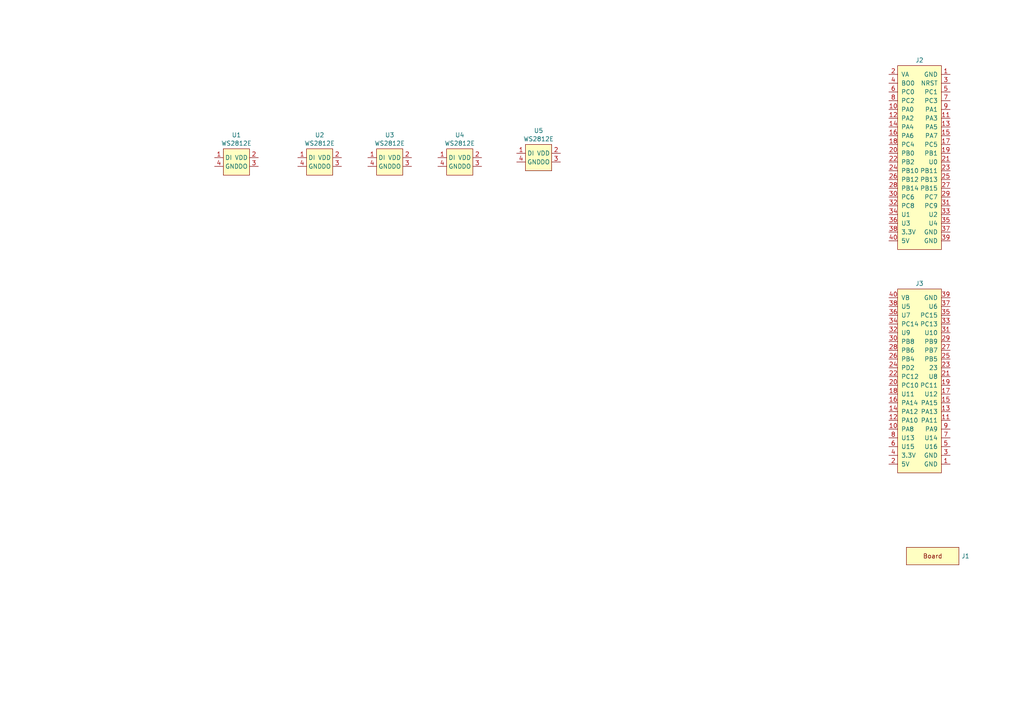
<source format=kicad_sch>
(kicad_sch (version 20230121) (generator eeschema)
  (paper "A4")
  (title_block (title "${TITLE}") (rev "${REVISION}") (company "${COMPANY}") (comment 1 "${AUTHOR}") (comment 2 "${AUTHOR_EMAIL}") (comment 3 "${URL}"))
  (lib_symbols
    (symbol "stm32world:STM32WORLD_BOARD" (pin_names (offset 1.016))
      (property "Reference" "J" (at -6.35 3.81 0))
      (symbol "STM32WORLD_BOARD_0_0"
        (text "Board" (at 0 0 0) (effects (font (size 1.27 1.27))))
      )
      (symbol "STM32WORLD_BOARD_0_1"
        (rectangle (start -7.62 2.54) (end 7.62 -2.54) (stroke (width 0.1524)) (fill (type background)))
      )
    )
    (symbol "stm32world:STM32WORLD_CONNECTOR_1" (pin_names (offset 1.016))
      (property "Reference" "J" (at -6.35 27.94 0))
      (symbol "STM32WORLD_CONNECTOR_1_0_1"
        (rectangle (start -6.35 26.67) (end 6.35 -26.67) (fill (type background)))
      )
      (symbol "STM32WORLD_CONNECTOR_1_1_1"
        (pin passive line (at 8.89 24.13 180) (length 2.54) (name "GND") (number "1"))
        (pin passive line (at -8.89 13.97 0) (length 2.54) (name "PA0") (number "10"))
        (pin passive line (at 8.89 11.43 180) (length 2.54) (name "PA3") (number "11"))
        (pin passive line (at -8.89 11.43 0) (length 2.54) (name "PA2") (number "12"))
        (pin passive line (at 8.89 8.89 180) (length 2.54) (name "PA5") (number "13"))
        (pin passive line (at -8.89 8.89 0) (length 2.54) (name "PA4") (number "14"))
        (pin passive line (at 8.89 6.35 180) (length 2.54) (name "PA7") (number "15"))
        (pin passive line (at -8.89 6.35 0) (length 2.54) (name "PA6") (number "16"))
        (pin passive line (at 8.89 3.81 180) (length 2.54) (name "PC5") (number "17"))
        (pin passive line (at -8.89 3.81 0) (length 2.54) (name "PC4") (number "18"))
        (pin passive line (at 8.89 1.27 180) (length 2.54) (name "PB1") (number "19"))
        (pin passive line (at -8.89 24.13 0) (length 2.54) (name "VA") (number "2"))
        (pin passive line (at -8.89 1.27 0) (length 2.54) (name "PB0") (number "20"))
        (pin passive line (at 8.89 -1.27 180) (length 2.54) (name "U0") (number "21"))
        (pin passive line (at -8.89 -1.27 0) (length 2.54) (name "PB2") (number "22"))
        (pin passive line (at 8.89 -3.81 180) (length 2.54) (name "PB11") (number "23"))
        (pin passive line (at -8.89 -3.81 0) (length 2.54) (name "PB10") (number "24"))
        (pin passive line (at 8.89 -6.35 180) (length 2.54) (name "PB13") (number "25"))
        (pin passive line (at -8.89 -6.35 0) (length 2.54) (name "PB12") (number "26"))
        (pin passive line (at 8.89 -8.89 180) (length 2.54) (name "PB15") (number "27"))
        (pin passive line (at -8.89 -8.89 0) (length 2.54) (name "PB14") (number "28"))
        (pin passive line (at 8.89 -11.43 180) (length 2.54) (name "PC7") (number "29"))
        (pin passive line (at 8.89 21.59 180) (length 2.54) (name "NRST") (number "3"))
        (pin passive line (at -8.89 -11.43 0) (length 2.54) (name "PC6") (number "30"))
        (pin passive line (at 8.89 -13.97 180) (length 2.54) (name "PC9") (number "31"))
        (pin passive line (at -8.89 -13.97 0) (length 2.54) (name "PC8") (number "32"))
        (pin passive line (at 8.89 -16.51 180) (length 2.54) (name "U2") (number "33"))
        (pin passive line (at -8.89 -16.51 0) (length 2.54) (name "U1") (number "34"))
        (pin passive line (at 8.89 -19.05 180) (length 2.54) (name "U4") (number "35"))
        (pin passive line (at -8.89 -19.05 0) (length 2.54) (name "U3") (number "36"))
        (pin passive line (at 8.89 -21.59 180) (length 2.54) (name "GND") (number "37"))
        (pin passive line (at -8.89 -21.59 0) (length 2.54) (name "3.3V") (number "38"))
        (pin passive line (at 8.89 -24.13 180) (length 2.54) (name "GND") (number "39"))
        (pin passive line (at -8.89 21.59 0) (length 2.54) (name "BO0") (number "4"))
        (pin passive line (at -8.89 -24.13 0) (length 2.54) (name "5V") (number "40"))
        (pin passive line (at 8.89 19.05 180) (length 2.54) (name "PC1") (number "5"))
        (pin passive line (at -8.89 19.05 0) (length 2.54) (name "PC0") (number "6"))
        (pin passive line (at 8.89 16.51 180) (length 2.54) (name "PC3") (number "7"))
        (pin passive line (at -8.89 16.51 0) (length 2.54) (name "PC2") (number "8"))
        (pin passive line (at 8.89 13.97 180) (length 2.54) (name "PA1") (number "9"))
      )
    )
    (symbol "stm32world:STM32WORLD_CONNECTOR_2" (pin_names (offset 1.016))
      (property "Reference" "J" (at -5.08 27.94 0))
      (symbol "STM32WORLD_CONNECTOR_2_0_1"
        (rectangle (start 6.35 26.67) (end -6.35 -26.67) (fill (type background)))
      )
      (symbol "STM32WORLD_CONNECTOR_2_1_1"
        (pin passive line (at 8.89 -24.13 180) (length 2.54) (name "GND") (number "1"))
        (pin passive line (at -8.89 -13.97 0) (length 2.54) (name "PA8") (number "10"))
        (pin passive line (at 8.89 -11.43 180) (length 2.54) (name "PA11") (number "11"))
        (pin passive line (at -8.89 -11.43 0) (length 2.54) (name "PA10") (number "12"))
        (pin passive line (at 8.89 -8.89 180) (length 2.54) (name "PA13") (number "13"))
        (pin passive line (at -8.89 -8.89 0) (length 2.54) (name "PA12") (number "14"))
        (pin passive line (at 8.89 -6.35 180) (length 2.54) (name "PA15") (number "15"))
        (pin passive line (at -8.89 -6.35 0) (length 2.54) (name "PA14") (number "16"))
        (pin passive line (at 8.89 -3.81 180) (length 2.54) (name "U12") (number "17"))
        (pin passive line (at -8.89 -3.81 0) (length 2.54) (name "U11") (number "18"))
        (pin passive line (at 8.89 -1.27 180) (length 2.54) (name "PC11") (number "19"))
        (pin passive line (at -8.89 -24.13 0) (length 2.54) (name "5V") (number "2"))
        (pin passive line (at -8.89 -1.27 0) (length 2.54) (name "PC10") (number "20"))
        (pin passive line (at 8.89 1.27 180) (length 2.54) (name "U8") (number "21"))
        (pin passive line (at -8.89 1.27 0) (length 2.54) (name "PC12") (number "22"))
        (pin passive line (at 8.89 3.81 180) (length 2.54) (name "23") (number "23"))
        (pin passive line (at -8.89 3.81 0) (length 2.54) (name "PD2") (number "24"))
        (pin passive line (at 8.89 6.35 180) (length 2.54) (name "PB5") (number "25"))
        (pin passive line (at -8.89 6.35 0) (length 2.54) (name "PB4") (number "26"))
        (pin passive line (at 8.89 8.89 180) (length 2.54) (name "PB7") (number "27"))
        (pin passive line (at -8.89 8.89 0) (length 2.54) (name "PB6") (number "28"))
        (pin passive line (at 8.89 11.43 180) (length 2.54) (name "PB9") (number "29"))
        (pin passive line (at 8.89 -21.59 180) (length 2.54) (name "GND") (number "3"))
        (pin passive line (at -8.89 11.43 0) (length 2.54) (name "PB8") (number "30"))
        (pin passive line (at 8.89 13.97 180) (length 2.54) (name "U10") (number "31"))
        (pin passive line (at -8.89 13.97 0) (length 2.54) (name "U9") (number "32"))
        (pin passive line (at 8.89 16.51 180) (length 2.54) (name "PC13") (number "33"))
        (pin passive line (at -8.89 16.51 0) (length 2.54) (name "PC14") (number "34"))
        (pin passive line (at 8.89 19.05 180) (length 2.54) (name "PC15") (number "35"))
        (pin passive line (at -8.89 19.05 0) (length 2.54) (name "U7") (number "36"))
        (pin passive line (at 8.89 21.59 180) (length 2.54) (name "U6") (number "37"))
        (pin passive line (at -8.89 21.59 0) (length 2.54) (name "U5") (number "38"))
        (pin passive line (at 8.89 24.13 180) (length 2.54) (name "GND") (number "39"))
        (pin passive line (at -8.89 -21.59 0) (length 2.54) (name "3.3V") (number "4"))
        (pin passive line (at -8.89 24.13 0) (length 2.54) (name "VB") (number "40"))
        (pin passive line (at 8.89 -19.05 180) (length 2.54) (name "U16") (number "5"))
        (pin passive line (at -8.89 -19.05 0) (length 2.54) (name "U15") (number "6"))
        (pin passive line (at 8.89 -16.51 180) (length 2.54) (name "U14") (number "7"))
        (pin passive line (at -8.89 -16.51 0) (length 2.54) (name "U13") (number "8"))
        (pin passive line (at 8.89 -13.97 180) (length 2.54) (name "PA9") (number "9"))
      )
    )
    (symbol "stm32world:WS2812E-MINI-X1"
      (property "Reference" "U" (at -3.81 1.27 0))
      (property "Value" "WS2812E" (at 0 -8.89 0))
      (symbol "WS2812E-MINI-X1_1_1"
        (rectangle (start -3.81 0) (end 3.81 -7.62) (fill (type background)))
        (pin input line (at -6.35 -2.54 0) (length 2.54) (name "DI") (number "1"))
        (pin power_in line (at 6.35 -2.54 180) (length 2.54) (name "VDD") (number "2"))
        (pin output line (at 6.35 -5.08 180) (length 2.54) (name "DO") (number "3"))
        (pin power_in line (at -6.35 -5.08 0) (length 2.54) (name "GND") (number "4"))
      )
    )
  )
  (symbol (lib_id "stm32world:WS2812E-MINI-X1") (at 133.35 43.18 0) (unit 1)
    (property "Reference" "U4" (at 133.35 39.1627 0))
    (property "Value" "WS2812E" (at 133.35 41.5869 0))
    (property "Footprint" "stm32world:LED-SMD_4P-L3.7-W3.5-P1.75-BR-SK6812MINI" (effects hide))
    (property "Datasheet" "https://datasheet.lcsc.com/lcsc/2207111830_Worldsemi-WS2812E-MINI-X1_C4154871.pdf" (effects hide))
    (property "LCSC" "C4154871" (effects hide))
  )
  (symbol (lib_id "stm32world:STM32WORLD_CONNECTOR_1") (at 266.7 45.72 0) (unit 1)
    (property "Reference" "J2" (at 266.7 17.4569 0))
    (property "Value" "STM32WORLD_CONNECTOR_1" (effects hide))
    (property "Footprint" "stm32world:PinSocket_2x20_P2.54mm_Vertical_Stackable" (effects hide))
    (property "LCSC" "C35165" (effects hide))
  )
  (symbol (lib_id "stm32world:WS2812E-MINI-X1") (at 92.71 43.18 0) (unit 1)
    (property "Reference" "U2" (at 92.71 39.1627 0))
    (property "Value" "WS2812E" (at 92.71 41.5869 0))
    (property "Footprint" "stm32world:LED-SMD_4P-L3.7-W3.5-P1.75-BR-SK6812MINI" (effects hide))
    (property "Datasheet" "https://datasheet.lcsc.com/lcsc/2207111830_Worldsemi-WS2812E-MINI-X1_C4154871.pdf" (effects hide))
    (property "LCSC" "C4154871" (effects hide))
  )
  (symbol (lib_id "stm32world:WS2812E-MINI-X1") (at 113.03 43.18 0) (unit 1)
    (property "Reference" "U3" (at 113.03 39.1627 0))
    (property "Value" "WS2812E" (at 113.03 41.5869 0))
    (property "Footprint" "stm32world:LED-SMD_4P-L3.7-W3.5-P1.75-BR-SK6812MINI" (effects hide))
    (property "Datasheet" "https://datasheet.lcsc.com/lcsc/2207111830_Worldsemi-WS2812E-MINI-X1_C4154871.pdf" (effects hide))
    (property "LCSC" "C4154871" (effects hide))
  )
  (symbol (lib_id "stm32world:STM32WORLD_BOARD") (at 270.51 161.29 0) (unit 1)
    (property "Reference" "J1" (at 278.8412 161.29 0) (effects (justify left)))
    (property "Value" "STM32WORLD_BOARD" (effects hide))
    (property "Footprint" "stm32world:STM32WORLD_BOARD" (effects hide))
  )
  (symbol (lib_id "stm32world:WS2812E-MINI-X1") (at 68.58 43.18 0) (unit 1)
    (property "Reference" "U1" (at 68.58 39.1627 0))
    (property "Value" "WS2812E" (at 68.58 41.5869 0))
    (property "Footprint" "stm32world:LED-SMD_4P-L3.7-W3.5-P1.75-BR-SK6812MINI" (effects hide))
    (property "Datasheet" "https://datasheet.lcsc.com/lcsc/2207111830_Worldsemi-WS2812E-MINI-X1_C4154871.pdf" (effects hide))
    (property "LCSC" "C4154871" (effects hide))
  )
  (symbol (lib_id "stm32world:WS2812E-MINI-X1") (at 156.21 41.91 0) (unit 1)
    (property "Reference" "U5" (at 156.21 37.8927 0))
    (property "Value" "WS2812E" (at 156.21 40.3169 0))
    (property "Footprint" "stm32world:LED-SMD_4P-L3.7-W3.5-P1.75-BR-SK6812MINI" (effects hide))
    (property "Datasheet" "https://datasheet.lcsc.com/lcsc/2207111830_Worldsemi-WS2812E-MINI-X1_C4154871.pdf" (effects hide))
    (property "LCSC" "C4154871" (effects hide))
  )
  (symbol (lib_id "stm32world:STM32WORLD_CONNECTOR_2") (at 266.7 110.49 0) (unit 1)
    (property "Reference" "J3" (at 266.7 82.2269 0))
    (property "Value" "STM32WORLD_CONNECTOR_2" (effects hide))
    (property "Footprint" "stm32world:PinSocket_2x20_P2.54mm_Vertical_Stackable" (effects hide))
    (property "LCSC" "C35165" (effects hide))
  )
)
</source>
